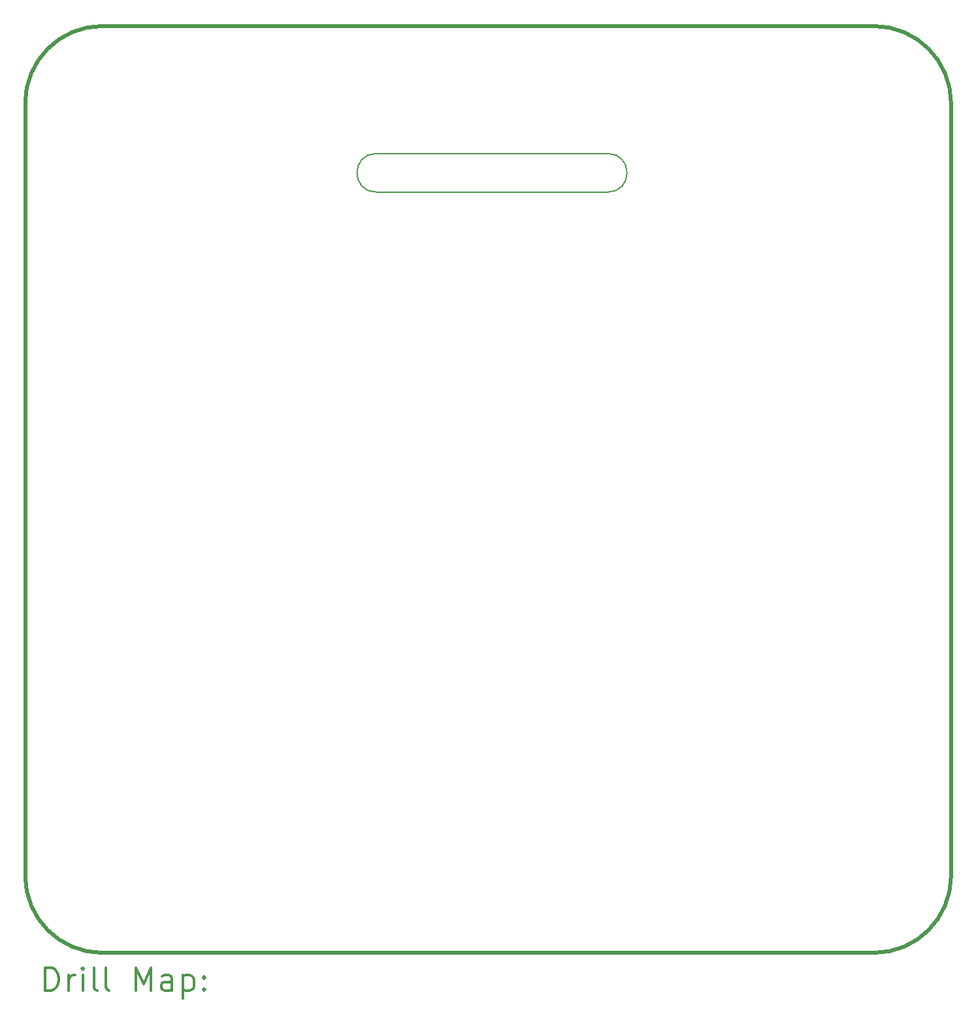
<source format=gbr>
%FSLAX45Y45*%
G04 Gerber Fmt 4.5, Leading zero omitted, Abs format (unit mm)*
G04 Created by KiCad (PCBNEW (5.1.10-1-10_14)) date 2022-03-30 11:35:28*
%MOMM*%
%LPD*%
G01*
G04 APERTURE LIST*
%TA.AperFunction,Profile*%
%ADD10C,0.150000*%
%TD*%
%TA.AperFunction,Profile*%
%ADD11C,0.500000*%
%TD*%
%ADD12C,0.200000*%
%ADD13C,0.300000*%
G04 APERTURE END LIST*
D10*
X11850000Y-6360000D02*
G75*
G02*
X11850000Y-6860000I0J-250000D01*
G01*
X8850000Y-6860000D02*
G75*
G02*
X8850000Y-6360000I0J250000D01*
G01*
X8850000Y-6860000D02*
X11850000Y-6860000D01*
X8850000Y-6360000D02*
X11850000Y-6360000D01*
D11*
X15300000Y-4710000D02*
G75*
G02*
X16300000Y-5710000I0J-1000000D01*
G01*
X16300000Y-15710000D02*
G75*
G02*
X15300000Y-16710000I-1000000J0D01*
G01*
X5300000Y-16710000D02*
G75*
G02*
X4300000Y-15710000I0J1000000D01*
G01*
X4300000Y-5710000D02*
G75*
G02*
X5300000Y-4710000I1000000J0D01*
G01*
X5300000Y-4710000D02*
X15300000Y-4710000D01*
X4300000Y-5710000D02*
X4300000Y-15710000D01*
X15300000Y-16710000D02*
X5300000Y-16710000D01*
X16300000Y-5710000D02*
X16300000Y-15710000D01*
D12*
D13*
X4561428Y-17200714D02*
X4561428Y-16900714D01*
X4632857Y-16900714D01*
X4675714Y-16915000D01*
X4704286Y-16943572D01*
X4718571Y-16972143D01*
X4732857Y-17029286D01*
X4732857Y-17072143D01*
X4718571Y-17129286D01*
X4704286Y-17157857D01*
X4675714Y-17186429D01*
X4632857Y-17200714D01*
X4561428Y-17200714D01*
X4861428Y-17200714D02*
X4861428Y-17000714D01*
X4861428Y-17057857D02*
X4875714Y-17029286D01*
X4890000Y-17015000D01*
X4918571Y-17000714D01*
X4947143Y-17000714D01*
X5047143Y-17200714D02*
X5047143Y-17000714D01*
X5047143Y-16900714D02*
X5032857Y-16915000D01*
X5047143Y-16929286D01*
X5061428Y-16915000D01*
X5047143Y-16900714D01*
X5047143Y-16929286D01*
X5232857Y-17200714D02*
X5204286Y-17186429D01*
X5190000Y-17157857D01*
X5190000Y-16900714D01*
X5390000Y-17200714D02*
X5361428Y-17186429D01*
X5347143Y-17157857D01*
X5347143Y-16900714D01*
X5732857Y-17200714D02*
X5732857Y-16900714D01*
X5832857Y-17115000D01*
X5932857Y-16900714D01*
X5932857Y-17200714D01*
X6204286Y-17200714D02*
X6204286Y-17043572D01*
X6190000Y-17015000D01*
X6161428Y-17000714D01*
X6104286Y-17000714D01*
X6075714Y-17015000D01*
X6204286Y-17186429D02*
X6175714Y-17200714D01*
X6104286Y-17200714D01*
X6075714Y-17186429D01*
X6061428Y-17157857D01*
X6061428Y-17129286D01*
X6075714Y-17100714D01*
X6104286Y-17086429D01*
X6175714Y-17086429D01*
X6204286Y-17072143D01*
X6347143Y-17000714D02*
X6347143Y-17300714D01*
X6347143Y-17015000D02*
X6375714Y-17000714D01*
X6432857Y-17000714D01*
X6461428Y-17015000D01*
X6475714Y-17029286D01*
X6490000Y-17057857D01*
X6490000Y-17143572D01*
X6475714Y-17172143D01*
X6461428Y-17186429D01*
X6432857Y-17200714D01*
X6375714Y-17200714D01*
X6347143Y-17186429D01*
X6618571Y-17172143D02*
X6632857Y-17186429D01*
X6618571Y-17200714D01*
X6604286Y-17186429D01*
X6618571Y-17172143D01*
X6618571Y-17200714D01*
X6618571Y-17015000D02*
X6632857Y-17029286D01*
X6618571Y-17043572D01*
X6604286Y-17029286D01*
X6618571Y-17015000D01*
X6618571Y-17043572D01*
M02*

</source>
